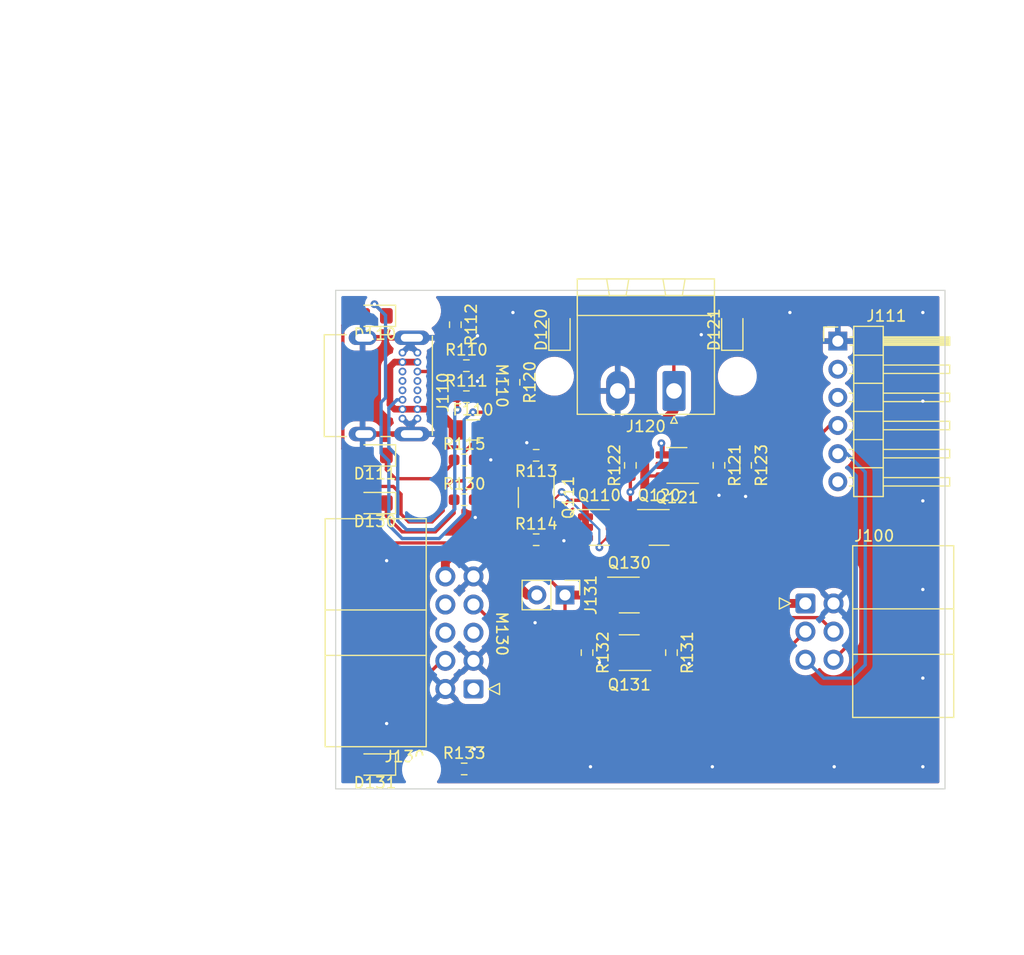
<source format=kicad_pcb>
(kicad_pcb (version 20211014) (generator pcbnew)
  (layers (0 "F.Cu" signal) (31 "B.Cu" signal) (34 "B.Paste" user) (35 "F.Paste" user) (36 "B.SilkS" user "B.Silkscreen") (37 "F.SilkS" user "F.Silkscreen") (38 "B.Mask" user) (39 "F.Mask" user) (44 "Edge.Cuts" user))
  (net 0 "")
  (net 1 "Net-(D110-Pad1)")
  (net 2 "/Ext_USB_Power")
  (net 3 "Net-(D120-Pad1)")
  (net 4 "/Ext_PSU_Power")
  (net 5 "Net-(D130-Pad1)")
  (net 6 "Net-(D130-Pad2)")
  (net 7 "/V_PROG")
  (net 8 "GND")
  (net 9 "/C2D")
  (net 10 "/C2CK")
  (net 11 "/UART_RX")
  (net 12 "/UART_TX")
  (net 16 "Net-(J110-PadA5)")
  (net 20 "Net-(J110-PadB5)")
  (net 28 "/Prog_USB_Power")
  (net 29 "Net-(Q110-Pad3)")
  (net 30 "Net-(Q111-Pad1)")
  (net 31 "Net-(Q120-Pad3)")
  (net 32 "Net-(Q121-Pad1)")
  (net 33 "Net-(Q130-Pad3)")
  (net 34 "Net-(Q131-Pad1)")
  (net 35 "/Ext_USB_Power_Fused")
  (net 36 "Net-(D111-Pad1)")
  (net 37 "Net-(D121-Pad1)")
  (net 38 "Net-(D131-Pad1)")
  (footprint "Connector_User:IDC-Header_2x03_P2.54mm_Horizontal_61200621721" (layer "F.Cu") (at 138.4 59.26)
    (fp_text reference "J100" (at 6.215 -6.1) (layer "F.SilkS"))
    (fp_text value "EFM8_IDC_Debug_Header_Horizontal")
    (pad "1" thru_hole roundrect (at 0 0) (size 1.8 1.8) (drill 1.1) (layers *.Cu *.Mask) (roundrect_rratio 0.147059) (net 7 "/V_PROG"))
    (pad "2" thru_hole circle (at 2.54 0) (size 1.8 1.8) (drill 1.1) (layers *.Cu *.Mask) (net 8 "GND"))
    (pad "3" thru_hole circle (at 0 2.54) (size 1.8 1.8) (drill 1.1) (layers *.Cu *.Mask) (net 9 "/C2D"))
    (pad "4" thru_hole circle (at 2.54 2.54) (size 1.8 1.8) (drill 1.1) (layers *.Cu *.Mask) (net 10 "/C2CK"))
    (pad "5" thru_hole circle (at 0 5.08) (size 1.8 1.8) (drill 1.1) (layers *.Cu *.Mask) (net 11 "/UART_RX"))
    (pad "6" thru_hole circle (at 2.54 5.08) (size 1.8 1.8) (drill 1.1) (layers *.Cu *.Mask) (net 12 "/UART_TX"))
  )
  (footprint "Resistor_SMD:R_0603_1608Metric_Pad0.98x0.95mm_HandSolder" (layer "F.Cu") (at 107.6 46.3)
    (fp_text reference "R115" (at 0 -1.43) (layer "F.SilkS"))
    (fp_text value "2k,0603")
    (pad "1" smd roundrect locked (at -0.9125 0) (size 0.975 0.95) (layers "F.Cu" "F.Paste" "F.Mask") (net 36 "Net-(D111-Pad1)"))
    (pad "2" smd roundrect locked (at 0.9125 0) (size 0.975 0.95) (layers "F.Cu" "F.Paste" "F.Mask") (net 8 "GND"))
  )
  (footprint "LED_SMD:LED_0805_2012Metric_Pad1.15x1.40mm_HandSolder" (layer "F.Cu") (at 116.2 34.55 90)
    (fp_text reference "D120" (at 0 -1.65 90) (layer "F.SilkS"))
    (fp_text value "150080SS75000")
    (pad "1" smd roundrect locked (at -1.025 0 90) (size 1.15 1.4) (layers "F.Cu" "F.Paste" "F.Mask") (roundrect_rratio 0.217391) (net 3 "Net-(D120-Pad1)"))
    (pad "2" smd roundrect locked (at 1.025 0 90) (size 1.15 1.4) (layers "F.Cu" "F.Paste" "F.Mask") (roundrect_rratio 0.217391) (net 4 "/Ext_PSU_Power"))
  )
  (footprint "Mechanical_User:DBG8_CON_Light_Pipe" (layer "F.Cu") (at 100 62 -90)
    (fp_text reference "M130" (at 0 -11 -90 unlocked) (layer "F.SilkS"))
    (fp_text value "DBG8_Light_Pipe")
    (pad "" np_thru_hole circle (at 12.25 -3.75) (size 2.5 2.5) (drill 2.5) (layers F&B.Cu *.Mask))
    (pad "" np_thru_hole circle (at -12.25 -3.75) (size 2.5 2.5) (drill 2.5) (layers F&B.Cu *.Mask))
  )
  (footprint "Resistor_SMD:R_0603_1608Metric_Pad0.98x0.95mm_HandSolder" (layer "F.Cu") (at 112.1 39.3 -90)
    (fp_text reference "R120" (at 0 -1.43 90) (layer "F.SilkS"))
    (fp_text value "2k,0603")
    (pad "1" smd roundrect locked (at -0.9125 0 270) (size 0.975 0.95) (layers "F.Cu" "F.Paste" "F.Mask") (net 3 "Net-(D120-Pad1)"))
    (pad "2" smd roundrect locked (at 0.9125 0 270) (size 0.975 0.95) (layers "F.Cu" "F.Paste" "F.Mask") (net 8 "GND"))
  )
  (footprint "Package_TO_SOT_SMD_User:SOT-23-6_Handsoldering" (layer "F.Cu") (at 126.8 46.8 180)
    (fp_text reference "Q121" (at 0 -2.9) (layer "F.SilkS"))
    (fp_text value "DMMT5401")
    (pad "1" smd roundrect (at -1.25 -0.95 180) (size 1.36 0.65) (layers "F.Cu" "F.Paste" "F.Mask") (net 32 "Net-(Q121-Pad1)"))
    (pad "2" smd roundrect (at -1.25 0 180) (size 1.36 0.65) (layers "F.Cu" "F.Paste" "F.Mask") (chamfer_ratio 0.2) (chamfer) (net 32 "Net-(Q121-Pad1)"))
    (pad "3" smd roundrect (at -1.25 0.95 180) (size 1.36 0.65) (layers "F.Cu" "F.Paste" "F.Mask") (net 32 "Net-(Q121-Pad1)"))
    (pad "4" smd roundrect (at 1.25 0.95 180) (size 1.36 0.65) (layers "F.Cu" "F.Paste" "F.Mask") (net 31 "Net-(Q120-Pad3)"))
    (pad "5" smd roundrect (at 1.25 0 180) (size 1.36 0.65) (layers "F.Cu" "F.Paste" "F.Mask") (net 7 "/V_PROG"))
    (pad "6" smd roundrect (at 1.25 -0.95 180) (size 1.36 0.65) (layers "F.Cu" "F.Paste" "F.Mask") (net 4 "/Ext_PSU_Power"))
  )
  (footprint "Resistor_SMD:R_0603_1608Metric_Pad0.98x0.95mm_HandSolder" (layer "F.Cu") (at 130.6 46.8 -90)
    (fp_text reference "R121" (at 0 -1.43 90) (layer "F.SilkS"))
    (fp_text value "47k,0603")
    (pad "1" smd roundrect locked (at -0.9125 0 270) (size 0.975 0.95) (layers "F.Cu" "F.Paste" "F.Mask") (net 32 "Net-(Q121-Pad1)"))
    (pad "2" smd roundrect locked (at 0.9125 0 270) (size 0.975 0.95) (layers "F.Cu" "F.Paste" "F.Mask") (net 8 "GND"))
  )
  (footprint "LED_SMD:LED_0805_2012Metric_Pad1.15x1.40mm_HandSolder" (layer "F.Cu") (at 99.55 45.9 180)
    (fp_text reference "D111" (at 0 -1.65) (layer "F.SilkS"))
    (fp_text value "150080SS75000")
    (pad "1" smd roundrect locked (at -1.025 0 180) (size 1.15 1.4) (layers "F.Cu" "F.Paste" "F.Mask") (roundrect_rratio 0.217391) (net 36 "Net-(D111-Pad1)"))
    (pad "2" smd roundrect locked (at 1.025 0 180) (size 1.15 1.4) (layers "F.Cu" "F.Paste" "F.Mask") (roundrect_rratio 0.217391) (net 35 "/Ext_USB_Power_Fused"))
  )
  (footprint "Package_TO_SOT_SMD_User:SOT-23-6_Handsoldering" (layer "F.Cu") (at 114.1 49.7 -90)
    (fp_text reference "Q111" (at 0 -2.9 -270) (layer "F.SilkS"))
    (fp_text value "DMMT5401")
    (pad "1" smd roundrect (at -1.25 -0.95 270) (size 1.36 0.65) (layers "F.Cu" "F.Paste" "F.Mask") (net 30 "Net-(Q111-Pad1)"))
    (pad "2" smd roundrect (at -1.25 0 270) (size 1.36 0.65) (layers "F.Cu" "F.Paste" "F.Mask") (chamfer_ratio 0.2) (chamfer) (net 30 "Net-(Q111-Pad1)"))
    (pad "3" smd roundrect (at -1.25 0.95 270) (size 1.36 0.65) (layers "F.Cu" "F.Paste" "F.Mask") (net 30 "Net-(Q111-Pad1)"))
    (pad "4" smd roundrect (at 1.25 0.95 270) (size 1.36 0.65) (layers "F.Cu" "F.Paste" "F.Mask") (net 29 "Net-(Q110-Pad3)"))
    (pad "5" smd roundrect (at 1.25 0 270) (size 1.36 0.65) (layers "F.Cu" "F.Paste" "F.Mask") (net 7 "/V_PROG"))
    (pad "6" smd roundrect (at 1.25 -0.95 270) (size 1.36 0.65) (layers "F.Cu" "F.Paste" "F.Mask") (net 35 "/Ext_USB_Power_Fused"))
  )
  (footprint "Resistor_SMD:R_0603_1608Metric_Pad0.98x0.95mm_HandSolder" (layer "F.Cu") (at 114.1 53.51)
    (fp_text reference "R114" (at 0 -1.43) (layer "F.SilkS"))
    (fp_text value "47k,0603")
    (pad "1" smd roundrect locked (at -0.9125 0) (size 0.975 0.95) (layers "F.Cu" "F.Paste" "F.Mask") (net 29 "Net-(Q110-Pad3)"))
    (pad "2" smd roundrect locked (at 0.9125 0) (size 0.975 0.95) (layers "F.Cu" "F.Paste" "F.Mask") (net 8 "GND"))
  )
  (footprint "Resistor_SMD:R_0603_1608Metric_Pad0.98x0.95mm_HandSolder" (layer "F.Cu") (at 107.6 74.2)
    (fp_text reference "R133" (at 0 -1.43) (layer "F.SilkS"))
    (fp_text value "2k,0603")
    (pad "1" smd roundrect locked (at -0.9125 0) (size 0.975 0.95) (layers "F.Cu" "F.Paste" "F.Mask") (net 38 "Net-(D131-Pad1)"))
    (pad "2" smd roundrect locked (at 0.9125 0) (size 0.975 0.95) (layers "F.Cu" "F.Paste" "F.Mask") (net 8 "GND"))
  )
  (footprint "Resistor_SMD:R_0603_1608Metric_Pad0.98x0.95mm_HandSolder" (layer "F.Cu") (at 133 46.8 -90)
    (fp_text reference "R123" (at 0 -1.43 90) (layer "F.SilkS"))
    (fp_text value "2k,0603")
    (pad "1" smd roundrect locked (at -0.9125 0 270) (size 0.975 0.95) (layers "F.Cu" "F.Paste" "F.Mask") (net 37 "Net-(D121-Pad1)"))
    (pad "2" smd roundrect locked (at 0.9125 0 270) (size 0.975 0.95) (layers "F.Cu" "F.Paste" "F.Mask") (net 8 "GND"))
  )
  (footprint "Package_TO_SOT_SMD_User:SOT-23-6_Handsoldering" (layer "F.Cu") (at 122.5 58.5)
    (fp_text reference "Q130" (at 0 -2.9) (layer "F.SilkS"))
    (fp_text value "SI3443CDV-T1-GE3")
    (pad "1" smd roundrect (at -1.25 -0.95) (size 1.36 0.65) (layers "F.Cu" "F.Paste" "F.Mask") (net 6 "Net-(D130-Pad2)"))
    (pad "2" smd roundrect (at -1.25 0) (size 1.36 0.65) (layers "F.Cu" "F.Paste" "F.Mask") (chamfer_ratio 0.2) (chamfer) (net 6 "Net-(D130-Pad2)"))
    (pad "3" smd roundrect (at -1.25 0.95) (size 1.36 0.65) (layers "F.Cu" "F.Paste" "F.Mask") (net 33 "Net-(Q130-Pad3)"))
    (pad "4" smd roundrect (at 1.25 0.95) (size 1.36 0.65) (layers "F.Cu" "F.Paste" "F.Mask") (net 7 "/V_PROG"))
    (pad "5" smd roundrect (at 1.25 0) (size 1.36 0.65) (layers "F.Cu" "F.Paste" "F.Mask") (net 6 "Net-(D130-Pad2)"))
    (pad "6" smd roundrect (at 1.25 -0.95) (size 1.36 0.65) (layers "F.Cu" "F.Paste" "F.Mask") (net 6 "Net-(D130-Pad2)"))
  )
  (footprint "Resistor_SMD:R_0603_1608Metric_Pad0.98x0.95mm_HandSolder" (layer "F.Cu") (at 114.1 45.89 180)
    (fp_text reference "R113" (at 0 -1.43) (layer "F.SilkS"))
    (fp_text value "47k,0603")
    (pad "1" smd roundrect locked (at -0.9125 0 180) (size 0.975 0.95) (layers "F.Cu" "F.Paste" "F.Mask") (net 30 "Net-(Q111-Pad1)"))
    (pad "2" smd roundrect locked (at 0.9125 0 180) (size 0.975 0.95) (layers "F.Cu" "F.Paste" "F.Mask") (net 8 "GND"))
  )
  (footprint "Connector_User:USB_C_Receptacle_Molex_2137160001" (layer "F.Cu") (at 103.38 36.625 -90)
    (fp_text reference "J110" (at 3.6 -2.3 90) (layer "F.SilkS"))
    (fp_text value "2137160001")
    (pad "A1" thru_hole circle (at 0 0 270) (size 0.7 0.7) (drill 0.4) (layers *.Cu *.Mask) (net 8 "GND"))
    (pad "A4" thru_hole circle (at 0.85 0 270) (size 0.7 0.7) (drill 0.4) (layers *.Cu *.Mask) (net 2 "/Ext_USB_Power"))
    (pad "A5" thru_hole circle (at 1.7 0 270) (size 0.7 0.7) (drill 0.4) (layers *.Cu *.Mask) (net 16 "Net-(J110-PadA5)"))
    (pad "A6" thru_hole circle (at 2.55 0 270) (size 0.7 0.7) (drill 0.4) (layers *.Cu *.Mask))
    (pad "A7" thru_hole circle (at 3.4 0 270) (size 0.7 0.7) (drill 0.4) (layers *.Cu *.Mask))
    (pad "A8" thru_hole circle (at 4.25 0 270) (size 0.7 0.7) (drill 0.4) (layers *.Cu *.Mask))
    (pad "A9" thru_hole circle (at 5.1 0 270) (size 0.7 0.7) (drill 0.4) (layers *.Cu *.Mask) (net 2 "/Ext_USB_Power"))
    (pad "A12" thru_hole circle (at 5.95 0 270) (size 0.7 0.7) (drill 0.4) (layers *.Cu *.Mask) (net 8 "GND"))
    (pad "B1" thru_hole circle (at 5.95 1.35 270) (size 0.7 0.7) (drill 0.4) (layers *.Cu *.Mask) (net 8 "GND"))
    (pad "B4" thru_hole circle (at 5.1 1.35 270) (size 0.7 0.7) (drill 0.4) (layers *.Cu *.Mask) (net 2 "/Ext_USB_Power"))
    (pad "B5" thru_hole circle (at 4.25 1.35 270) (size 0.7 0.7) (drill 0.4) (layers *.Cu *.Mask) (net 20 "Net-(J110-PadB5)"))
    (pad "B6" thru_hole circle (at 3.4 1.35 270) (size 0.7 0.7) (drill 0.4) (layers *.Cu *.Mask))
    (pad "B7" thru_hole circle (at 2.55 1.35 270) (size 0.7 0.7) (drill 0.4) (layers *.Cu *.Mask))
    (pad "B8" thru_hole circle (at 1.7 1.35 270) (size 0.7 0.7) (drill 0.4) (layers *.Cu *.Mask))
    (pad "B9" thru_hole circle (at 0.85 1.35 270) (size 0.7 0.7) (drill 0.4) (layers *.Cu *.Mask) (net 2 "/Ext_USB_Power"))
    (pad "B12" thru_hole circle (at 0 1.35 270) (size 0.7 0.7) (drill 0.4) (layers *.Cu *.Mask) (net 8 "GND"))
    (pad "S1" thru_hole oval (at 7.345 4.8 270) (size 1.3 2.5) (drill oval 0.7 1.6 (offset 0 0.15)) (layers *.Cu *.Mask) (net 8 "GND"))
    (pad "S1" thru_hole oval (at -1.345 4.8 270) (size 1.3 2.5) (drill oval 0.7 1.6 (offset 0 0.15)) (layers *.Cu *.Mask) (net 8 "GND"))
    (pad "S1" thru_hole oval (at 7.345 0.5 270) (size 1.3 3.2) (drill oval 0.7 2) (layers *.Cu *.Mask) (net 8 "GND"))
    (pad "S1" thru_hole oval (at -1.345 0.5 270) (size 1.3 3.2) (drill oval 0.7 2) (layers *.Cu *.Mask) (net 8 "GND"))
  )
  (footprint "Package_TO_SOT_SMD_User:SOT-23-6_Handsoldering" (layer "F.Cu") (at 119.8 52.4)
    (fp_text reference "Q110" (at 0 -2.9) (layer "F.SilkS"))
    (fp_text value "SI3443CDV-T1-GE3")
    (pad "1" smd roundrect (at -1.25 -0.95) (size 1.36 0.65) (layers "F.Cu" "F.Paste" "F.Mask") (net 35 "/Ext_USB_Power_Fused"))
    (pad "2" smd roundrect (at -1.25 0) (size 1.36 0.65) (layers "F.Cu" "F.Paste" "F.Mask") (chamfer_ratio 0.2) (chamfer) (net 35 "/Ext_USB_Power_Fused"))
    (pad "3" smd roundrect (at -1.25 0.95) (size 1.36 0.65) (layers "F.Cu" "F.Paste" "F.Mask") (net 29 "Net-(Q110-Pad3)"))
    (pad "4" smd roundrect (at 1.25 0.95) (size 1.36 0.65) (layers "F.Cu" "F.Paste" "F.Mask") (net 7 "/V_PROG"))
    (pad "5" smd roundrect (at 1.25 0) (size 1.36 0.65) (layers "F.Cu" "F.Paste" "F.Mask") (net 35 "/Ext_USB_Power_Fused"))
    (pad "6" smd roundrect (at 1.25 -0.95) (size 1.36 0.65) (layers "F.Cu" "F.Paste" "F.Mask") (net 35 "/Ext_USB_Power_Fused"))
  )
  (footprint "Package_TO_SOT_SMD_User:SOT-23-6_Handsoldering" (layer "F.Cu") (at 122.5 63.7 180)
    (fp_text reference "Q131" (at 0 -2.9) (layer "F.SilkS"))
    (fp_text value "DMMT5401")
    (pad "1" smd roundrect (at -1.25 -0.95 180) (size 1.36 0.65) (layers "F.Cu" "F.Paste" "F.Mask") (net 34 "Net-(Q131-Pad1)"))
    (pad "2" smd roundrect (at -1.25 0 180) (size 1.36 0.65) (layers "F.Cu" "F.Paste" "F.Mask") (chamfer_ratio 0.2) (chamfer) (net 34 "Net-(Q131-Pad1)"))
    (pad "3" smd roundrect (at -1.25 0.95 180) (size 1.36 0.65) (layers "F.Cu" "F.Paste" "F.Mask") (net 34 "Net-(Q131-Pad1)"))
    (pad "4" smd roundrect (at 1.25 0.95 180) (size 1.36 0.65) (layers "F.Cu" "F.Paste" "F.Mask") (net 33 "Net-(Q130-Pad3)"))
    (pad "5" smd roundrect (at 1.25 0 180) (size 1.36 0.65) (layers "F.Cu" "F.Paste" "F.Mask") (net 7 "/V_PROG"))
    (pad "6" smd roundrect (at 1.25 -0.95 180) (size 1.36 0.65) (layers "F.Cu" "F.Paste" "F.Mask") (net 6 "Net-(D130-Pad2)"))
  )
  (footprint "Connector_User:IDC-Header_2x05_P2.54mm_Horizontal_61201021721" (layer "F.Cu") (at 108.44 66.98 180)
    (fp_text reference "J130" (at 6.215 -6.1) (layer "F.SilkS"))
    (fp_text value "EFM8_USB_8-Bit_Debug_Header_Horizontal")
    (pad "1" thru_hole roundrect (at 0 0 180) (size 1.8 1.7) (drill 1.1) (layers *.Cu *.Mask) (roundrect_rratio 0.147059))
    (pad "2" thru_hole circle (at 2.54 0 180) (size 1.8 1.8) (drill 1.1) (layers *.Cu *.Mask) (net 8 "GND"))
    (pad "3" thru_hole circle (at 0 2.54 180) (size 1.8 1.8) (drill 1.1) (layers *.Cu *.Mask) (net 8 "GND"))
    (pad "4" thru_hole circle (at 2.54 2.54 180) (size 1.8 1.8) (drill 1.1) (layers *.Cu *.Mask) (net 9 "/C2D"))
    (pad "5" thru_hole circle (at 0 5.08 180) (size 1.8 1.8) (drill 1.1) (layers *.Cu *.Mask))
    (pad "6" thru_hole circle (at 2.54 5.08 180) (size 1.8 1.8) (drill 1.1) (layers *.Cu *.Mask))
    (pad "7" thru_hole circle (at 0 7.62 180) (size 1.8 1.8) (drill 1.1) (layers *.Cu *.Mask) (net 10 "/C2CK"))
    (pad "8" thru_hole circle (at 2.54 7.62 180) (size 1.8 1.8) (drill 1.1) (layers *.Cu *.Mask))
    (pad "9" thru_hole circle (at 0 10.16 180) (size 1.8 1.8) (drill 1.1) (layers *.Cu *.Mask) (net 8 "GND"))
    (pad "10" thru_hole circle (at 2.54 10.16 180) (size 1.8 1.8) (drill 1.1) (layers *.Cu *.Mask) (net 28 "/Prog_USB_Power"))
  )
  (footprint "Resistor_SMD:R_0603_1608Metric_Pad0.98x0.95mm_HandSolder" (layer "F.Cu") (at 107.8 37.8)
    (fp_text reference "R110" (at 0 -1.43) (layer "F.SilkS"))
    (fp_text value "5.1k,0603")
    (pad "1" smd roundrect locked (at -0.9125 0) (size 0.975 0.95) (layers "F.Cu" "F.Paste" "F.Mask") (net 16 "Net-(J110-PadA5)"))
    (pad "2" smd roundrect locked (at 0.9125 0) (size 0.975 0.95) (layers "F.Cu" "F.Paste" "F.Mask") (net 8 "GND"))
  )
  (footprint "Resistor_SMD:R_0603_1608Metric_Pad0.98x0.95mm_HandSolder" (layer "F.Cu") (at 107.6 49.9)
    (fp_text reference "R130" (at 0 -1.43) (layer "F.SilkS"))
    (fp_text value "2k,0603")
    (pad "1" smd roundrect locked (at -0.9125 0) (size 0.975 0.95) (layers "F.Cu" "F.Paste" "F.Mask") (net 5 "Net-(D130-Pad1)"))
    (pad "2" smd roundrect locked (at 0.9125 0) (size 0.975 0.95) (layers "F.Cu" "F.Paste" "F.Mask") (net 8 "GND"))
  )
  (footprint "Resistor_SMD:R_0603_1608Metric_Pad0.98x0.95mm_HandSolder" (layer "F.Cu") (at 107.8 40.6)
    (fp_text reference "R111" (at 0 -1.43) (layer "F.SilkS"))
    (fp_text value "5.1k,0603")
    (pad "1" smd roundrect locked (at -0.9125 0) (size 0.975 0.95) (layers "F.Cu" "F.Paste" "F.Mask") (net 20 "Net-(J110-PadB5)"))
    (pad "2" smd roundrect locked (at 0.9125 0) (size 0.975 0.95) (layers "F.Cu" "F.Paste" "F.Mask") (net 8 "GND"))
  )
  (footprint "Connector_PinHeader_2.54mm:PinHeader_1x06_P2.54mm_Horizontal" (layer "F.Cu") (at 141.325 35.58)
    (fp_text reference "J111" (at 4.385 -2.27) (layer "F.SilkS"))
    (fp_text value "TTL-232R_Header_Horizontal")
    (pad "1" thru_hole rect locked (at 0 0) (size 1.7 1.7) (drill 1) (layers *.Cu *.Mask) (net 8 "GND"))
    (pad "2" thru_hole oval locked (at 0 2.54) (size 1.7 1.7) (drill 1) (layers *.Cu *.Mask))
    (pad "3" thru_hole oval locked (at 0 5.08) (size 1.7 1.7) (drill 1) (layers *.Cu *.Mask))
    (pad "4" thru_hole oval locked (at 0 7.62) (size 1.7 1.7) (drill 1) (layers *.Cu *.Mask) (net 12 "/UART_TX"))
    (pad "5" thru_hole oval locked (at 0 10.16) (size 1.7 1.7) (drill 1) (layers *.Cu *.Mask) (net 11 "/UART_RX"))
    (pad "6" thru_hole oval locked (at 0 12.7) (size 1.7 1.7) (drill 1) (layers *.Cu *.Mask))
  )
  (footprint "Package_TO_SOT_SMD_User:SOT-23-6_Handsoldering" (layer "F.Cu") (at 125.2 52.4)
    (fp_text reference "Q120" (at 0 -2.9) (layer "F.SilkS"))
    (fp_text value "SI3443CDV-T1-GE3")
    (pad "1" smd roundrect (at -1.25 -0.95) (size 1.36 0.65) (layers "F.Cu" "F.Paste" "F.Mask") (net 4 "/Ext_PSU_Power"))
    (pad "2" smd roundrect (at -1.25 0) (size 1.36 0.65) (layers "F.Cu" "F.Paste" "F.Mask") (chamfer_ratio 0.2) (chamfer) (net 4 "/Ext_PSU_Power"))
    (pad "3" smd roundrect (at -1.25 0.95) (size 1.36 0.65) (layers "F.Cu" "F.Paste" "F.Mask") (net 31 "Net-(Q120-Pad3)"))
    (pad "4" smd roundrect (at 1.25 0.95) (size 1.36 0.65) (layers "F.Cu" "F.Paste" "F.Mask") (net 7 "/V_PROG"))
    (pad "5" smd roundrect (at 1.25 0) (size 1.36 0.65) (layers "F.Cu" "F.Paste" "F.Mask") (net 4 "/Ext_PSU_Power"))
    (pad "6" smd roundrect (at 1.25 -0.95) (size 1.36 0.65) (layers "F.Cu" "F.Paste" "F.Mask") (net 4 "/Ext_PSU_Power"))
  )
  (footprint "Resistor_SMD:R_0603_1608Metric_Pad0.98x0.95mm_HandSolder" (layer "F.Cu") (at 122.6 46.8 90)
    (fp_text reference "R122" (at 0 -1.43 90) (layer "F.SilkS"))
    (fp_text value "47k,0603")
    (pad "1" smd roundrect locked (at -0.9125 0 90) (size 0.975 0.95) (layers "F.Cu" "F.Paste" "F.Mask") (net 31 "Net-(Q120-Pad3)"))
    (pad "2" smd roundrect locked (at 0.9125 0 90) (size 0.975 0.95) (layers "F.Cu" "F.Paste" "F.Mask") (net 8 "GND"))
  )
  (footprint "Resistor_SMD:R_0603_1608Metric_Pad0.98x0.95mm_HandSolder" (layer "F.Cu") (at 118.69 63.7 -90)
    (fp_text reference "R132" (at 0 -1.43 90) (layer "F.SilkS"))
    (fp_text value "47k,0603")
    (pad "1" smd roundrect locked (at -0.9125 0 270) (size 0.975 0.95) (layers "F.Cu" "F.Paste" "F.Mask") (net 33 "Net-(Q130-Pad3)"))
    (pad "2" smd roundrect locked (at 0.9125 0 270) (size 0.975 0.95) (layers "F.Cu" "F.Paste" "F.Mask") (net 8 "GND"))
  )
  (footprint "Resistor_SMD:R_0603_1608Metric_Pad0.98x0.95mm_HandSolder" (layer "F.Cu") (at 106.8 34.1 -90)
    (fp_text reference "R112" (at 0 -1.43 90) (layer "F.SilkS"))
    (fp_text value "2k,0603")
    (pad "1" smd roundrect locked (at -0.9125 0 270) (size 0.975 0.95) (layers "F.Cu" "F.Paste" "F.Mask") (net 1 "Net-(D110-Pad1)"))
    (pad "2" smd roundrect locked (at 0.9125 0 270) (size 0.975 0.95) (layers "F.Cu" "F.Paste" "F.Mask") (net 8 "GND"))
  )
  (footprint "LED_SMD:LED_0805_2012Metric_Pad1.15x1.40mm_HandSolder" (layer "F.Cu") (at 99.55 50.2 180)
    (fp_text reference "D130" (at 0 -1.65) (layer "F.SilkS"))
    (fp_text value "150080SS75000")
    (pad "1" smd roundrect locked (at -1.025 0 180) (size 1.15 1.4) (layers "F.Cu" "F.Paste" "F.Mask") (roundrect_rratio 0.217391) (net 5 "Net-(D130-Pad1)"))
    (pad "2" smd roundrect locked (at 1.025 0 180) (size 1.15 1.4) (layers "F.Cu" "F.Paste" "F.Mask") (roundrect_rratio 0.217391) (net 6 "Net-(D130-Pad2)"))
  )
  (footprint "Mechanical_User:USB_CON_Light_Pipe" (layer "F.Cu") (at 100 39.6 -90)
    (fp_text reference "M110" (at 0 -11 -90 unlocked) (layer "F.SilkS"))
    (fp_text value "USB_Light_Pipe")
    (pad "" np_thru_hole circle (at 6.75 -3.75) (size 2.5 2.5) (drill 2.5) (layers F&B.Cu *.Mask))
    (pad "" np_thru_hole circle (at -6.75 -3.75) (size 2.5 2.5) (drill 2.5) (layers F&B.Cu *.Mask))
  )
  (footprint "Connector_Phoenix_MSTB:PhoenixContact_MSTBA_2,5_2-G-5,08_1x02_P5.08mm_Horizontal" (layer "F.Cu") (at 126.54 40.0775 180)
    (fp_text reference "J120" (at 2.54 -3.2) (layer "F.SilkS"))
    (fp_text value "31230102")
    (pad "1" thru_hole roundrect locked (at 0 0 180) (size 2.08 3.6) (drill 1.4) (layers *.Cu *.Mask) (roundrect_rratio 0.120192) (net 4 "/Ext_PSU_Power"))
    (pad "2" thru_hole oval locked (at 5.08 0 180) (size 2.08 3.6) (drill 1.4) (layers *.Cu *.Mask) (net 8 "GND"))
  )
  (footprint "Fuse:Fuse_1206_3216Metric_Pad1.42x1.75mm_HandSolder" (layer "F.Cu") (at 108.4 43.6)
    (fp_text reference "F110" (at 0 -1.82) (layer "F.SilkS"))
    (fp_text value "0ZCJ0110FF2E")
    (pad "1" smd roundrect locked (at -1.4875 0) (size 1.425 1.75) (layers "F.Cu" "F.Paste" "F.Mask") (roundrect_rratio 0.175439) (net 2 "/Ext_USB_Power"))
    (pad "2" smd roundrect locked (at 1.4875 0) (size 1.425 1.75) (layers "F.Cu" "F.Paste" "F.Mask") (roundrect_rratio 0.175439) (net 35 "/Ext_USB_Power_Fused"))
  )
  (footprint "Resistor_SMD:R_0603_1608Metric_Pad0.98x0.95mm_HandSolder" (layer "F.Cu") (at 126.31 63.7 -90)
    (fp_text reference "R131" (at 0 -1.43 90) (layer "F.SilkS"))
    (fp_text value "47k,0603")
    (pad "1" smd roundrect locked (at -0.9125 0 270) (size 0.975 0.95) (layers "F.Cu" "F.Paste" "F.Mask") (net 34 "Net-(Q131-Pad1)"))
    (pad "2" smd roundrect locked (at 0.9125 0 270) (size 0.975 0.95) (layers "F.Cu" "F.Paste" "F.Mask") (net 8 "GND"))
  )
  (footprint "LED_SMD:LED_0805_2012Metric_Pad1.15x1.40mm_HandSolder" (layer "F.Cu") (at 99.55 33.3 180)
    (fp_text reference "D110" (at 0 -1.65 180) (layer "F.SilkS"))
    (fp_text value "150080SS75000")
    (pad "1" smd roundrect locked (at -1.025 0 180) (size 1.15 1.4) (layers "F.Cu" "F.Paste" "F.Mask") (roundrect_rratio 0.217391) (net 1 "Net-(D110-Pad1)"))
    (pad "2" smd roundrect locked (at 1.025 0 180) (size 1.15 1.4) (layers "F.Cu" "F.Paste" "F.Mask") (roundrect_rratio 0.217391) (net 35 "/Ext_USB_Power_Fused"))
  )
  (footprint "LED_SMD:LED_0805_2012Metric_Pad1.15x1.40mm_HandSolder" (layer "F.Cu") (at 131.8 34.55 90)
    (fp_text reference "D121" (at 0 -1.65 90) (layer "F.SilkS"))
    (fp_text value "150080SS75000")
    (pad "1" smd roundrect locked (at -1.025 0 90) (size 1.15 1.4) (layers "F.Cu" "F.Paste" "F.Mask") (roundrect_rratio 0.217391) (net 37 "Net-(D121-Pad1)"))
    (pad "2" smd roundrect locked (at 1.025 0 90) (size 1.15 1.4) (layers "F.Cu" "F.Paste" "F.Mask") (roundrect_rratio 0.217391) (net 4 "/Ext_PSU_Power"))
  )
  (footprint "Mechanical_User:PSU_CON_Light_Pipe" (layer "F.Cu") (at 124 35.3 180)
    (fp_text reference "M120" hide)
    (fp_text value "PSU_Light_Pipe")
    (pad "" np_thru_hole circle (at 8.25 -3.45 270) (size 2.5 2.5) (drill 2.5) (layers F&B.Cu *.Mask))
    (pad "" np_thru_hole circle (at -8.25 -3.45 270) (size 2.5 2.5) (drill 2.5) (layers F&B.Cu *.Mask))
  )
  (footprint "LED_SMD:LED_0805_2012Metric_Pad1.15x1.40mm_HandSolder" (layer "F.Cu") (at 99.55 73.8 180)
    (fp_text reference "D131" (at 0 -1.65) (layer "F.SilkS"))
    (fp_text value "150080SS75000")
    (pad "1" smd roundrect locked (at -1.025 0 180) (size 1.15 1.4) (layers "F.Cu" "F.Paste" "F.Mask") (roundrect_rratio 0.217391) (net 38 "Net-(D131-Pad1)"))
    (pad "2" smd roundrect locked (at 1.025 0 180) (size 1.15 1.4) (layers "F.Cu" "F.Paste" "F.Mask") (roundrect_rratio 0.217391) (net 6 "Net-(D130-Pad2)"))
  )
  (footprint "Connector_PinHeader_2.54mm:PinHeader_1x02_P2.54mm_Vertical" (layer "F.Cu") (at 116.7 58.5 -90)
    (fp_text reference "J131" (at 0 -2.33 90) (layer "F.SilkS"))
    (fp_text value "Header_01x02_Wurth_61300211121")
    (pad "1" thru_hole rect locked (at 0 0 270) (size 1.7 1.7) (drill 1) (layers *.Cu *.Mask) (net 6 "Net-(D130-Pad2)"))
    (pad "2" thru_hole oval locked (at 0 2.54 270) (size 1.7 1.7) (drill 1) (layers *.Cu *.Mask) (net 28 "/Prog_USB_Power"))
  )
  (gr_line (start 96 76) (end 96 31) (layer "Edge.Cuts") (width 0.1))
  (gr_line (start 151 31) (end 151 76) (layer "Edge.Cuts") (width 0.1))
  (gr_line (start 96 31) (end 151 31) (layer "Edge.Cuts") (width 0.1))
  (gr_line (start 151 76) (end 96 76) (layer "Edge.Cuts") (width 0.1))
  (segment (start 110.4 34.2) (end 109.3875 33.1875) (width 0.3) (layer "F.Cu") (net 1))
  (segment (start 110.4 41) (end 110.4 34.2) (width 0.3) (layer "F.Cu") (net 1))
  (segment (start 108.4 42) (end 109.4 42) (width 0.3) (layer "F.Cu") (net 1))
  (segment (start 100.575 33.3) (end 100.55 33.3) (width 0.3) (layer "F.Cu") (net 1))
  (segment (start 109.3875 33.1875) (end 106.8 33.1875) (width 0.3) (layer "F.Cu") (net 1))
  (segment (start 109.4 42) (end 110.4 41) (width 0.3) (layer "F.Cu") (net 1))
  (segment (start 100.55 33.3) (end 99.5 32.25) (width 0.3) (layer "F.Cu") (net 1))
  (via (at 108.4 42) (size 0.7) (drill 0.3) (layers "F.Cu" "B.Cu") (net 1))
  (via (at 99.5 32.25) (size 0.7) (drill 0.3) (layers "F.Cu" "B.Cu") (net 1))
  (segment (start 107.6 42.7) (end 108.3 42) (width 0.3) (layer "B.Cu") (net 1))
  (segment (start 100.8 52.2) (end 102 53.4) (width 0.3) (layer "B.Cu") (net 1))
  (segment (start 105.35 53.4) (end 107.6 51.15) (width 0.3) (layer "B.Cu") (net 1))
  (segment (start 100.1 41.1) (end 100.1 45.7) (width 0.3) (layer "B.Cu") (net 1))
  (segment (start 100.8 46.4) (end 100.8 52.2) (width 0.3) (layer "B.Cu") (net 1))
  (segment (start 100.5 33.25) (end 100.5 40.7) (width 0.3) (layer "B.Cu") (net 1))
  (segment (start 100.1 45.7) (end 100.8 46.4) (width 0.3) (layer "B.Cu") (net 1))
  (segment (start 107.6 51.15) (end 107.6 42.7) (width 0.3) (layer "B.Cu") (net 1))
  (segment (start 102 53.4) (end 105.35 53.4) (width 0.3) (layer "B.Cu") (net 1))
  (segment (start 100.5 40.7) (end 100.1 41.1) (width 0.3) (layer "B.Cu") (net 1))
  (segment (start 108.3 42) (end 108.4 42) (width 0.3) (layer "B.Cu") (net 1))
  (segment (start 99.5 32.25) (end 100.5 33.25) (width 0.3) (layer "B.Cu") (net 1))
  (segment (start 100.9 41.3) (end 101.325 41.725) (width 0.6) (layer "F.Cu") (net 2))
  (segment (start 105.0375 41.725) (end 103.38 41.725) (width 0.6) (layer "F.Cu") (net 2))
  (segment (start 101.325 41.725) (end 102.03 41.725) (width 0.6) (layer "F.Cu") (net 2))
  (segment (start 103.38 37.475) (end 102.03 37.475) (width 0.6) (layer "F.Cu") (net 2))
  (segment (start 102.03 37.475) (end 101.325 37.475) (width 0.6) (layer "F.Cu") (net 2))
  (segment (start 100.9 37.9) (end 100.9 41.3) (width 0.6) (layer "F.Cu") (net 2))
  (segment (start 101.325 37.475) (end 100.9 37.9) (width 0.6) (layer "F.Cu") (net 2))
  (segment (start 106.9125 43.6) (end 105.0375 41.725) (width 0.8) (layer "F.Cu") (net 2))
  (segment (start 102.03 41.725) (end 103.38 41.725) (width 0.6) (layer "F.Cu") (net 2))
  (segment (start 112.1 37.5) (end 114.025 35.575) (width 0.3) (layer "F.Cu") (net 3))
  (segment (start 112.1 38.3875) (end 112.1 37.5) (width 0.3) (layer "F.Cu") (net 3))
  (segment (start 114.025 35.575) (end 116.2 35.575) (width 0.3) (layer "F.Cu") (net 3))
  (segment (start 126.54 41.86) (end 123.9 44.5) (width 0.8) (layer "F.Cu") (net 4))
  (segment (start 123.9 49.7) (end 126.5 49.7) (width 0.8) (layer "F.Cu") (net 4))
  (segment (start 123.95 49.75) (end 123.9 49.7) (width 0.4) (layer "F.Cu") (net 4))
  (segment (start 126.5 52.35) (end 126.45 52.4) (width 0.4) (layer "F.Cu") (net 4))
  (segment (start 126.525 40.0625) (end 126.54 40.0775) (width 0.3) (layer "F.Cu") (net 4))
  (segment (start 126.5 49.7) (end 126.5 52.35) (width 0.6) (layer "F.Cu") (net 4))
  (segment (start 123.9 47.9) (end 123.9 49.7) (width 0.8) (layer "F.Cu") (net 4))
  (segment (start 126.54 40.0775) (end 126.54 41.86) (width 0.8) (layer "F.Cu") (net 4))
  (segment (start 126.525 33.525) (end 131.8 33.525) (width 0.3) (layer "F.Cu") (net 4))
  (segment (start 126.525 33.525) (end 126.525 40.0625) (width 0.3) (layer "F.Cu") (net 4))
  (segment (start 124.05 47.75) (end 123.9 47.9) (width 0.3) (layer "F.Cu") (net 4))
  (segment (start 125.55 47.75) (end 124.05 47.75) (width 0.3) (layer "F.Cu") (net 4))
  (segment (start 116.2 33.525) (end 126.525 33.525) (width 0.3) (layer "F.Cu") (net 4))
  (segment (start 123.95 52.4) (end 123.95 49.75) (width 0.6) (layer "F.Cu") (net 4))
  (segment (start 123.9 44.5) (end 123.9 47.9) (width 0.8) (layer "F.Cu") (net 4))
  (segment (start 100.575 50.2) (end 100.575 51.375) (width 0.3) (layer "F.Cu") (net 5))
  (segment (start 105 52.8) (end 106.6875 51.1125) (width 0.3) (layer "F.Cu") (net 5))
  (segment (start 106.6875 51.1125) (end 106.6875 49.9) (width 0.3) (layer "F.Cu") (net 5))
  (segment (start 102 52.8) (end 105 52.8) (width 0.3) (layer "F.Cu") (net 5))
  (segment (start 100.575 51.375) (end 102 52.8) (width 0.3) (layer "F.Cu") (net 5))
  (segment (start 98.525 52.525) (end 98.525 73.8) (width 0.3) (layer "F.Cu") (net 6))
  (segment (start 123.75 58.5) (end 119.5 58.5) (width 0.6) (layer "F.Cu") (net 6))
  (segment (start 120 65.8) (end 117.6 65.8) (width 0.3) (layer "F.Cu") (net 6))
  (segment (start 117.6 65.8) (end 116.7 64.9) (width 0.3) (layer "F.Cu") (net 6))
  (segment (start 116.7 58.5) (end 114.6 56.4) (width 0.3) (layer "F.Cu") (net 6))
  (segment (start 110.8 53.8) (end 98.525 53.8) (width 0.3) (layer "F.Cu") (net 6))
  (segment (start 98.525 50.2) (end 98.525 52.525) (width 0.3) (layer "F.Cu") (net 6))
  (segment (start 119.5 58.5) (end 119.5 57.5) (width 0.8) (layer "F.Cu") (net 6))
  (segment (start 121.15 64.65) (end 120 65.8) (width 0.3) (layer "F.Cu") (net 6))
  (segment (start 123.75 57.55) (end 119.55 57.55) (width 0.6) (layer "F.Cu") (net 6))
  (segment (start 116.7 58.5) (end 119.5 58.5) (width 0.8) (layer "F.Cu") (net 6))
  (segment (start 116.7 64.9) (end 116.7 58.5) (width 0.3) (layer "F.Cu") (net 6))
  (segment (start 113.4 56.4) (end 110.8 53.8) (width 0.3) (layer "F.Cu") (net 6))
  (segment (start 98.525 53.8) (end 98.525 52.525) (width 0.3) (layer "F.Cu") (net 6))
  (segment (start 121.25 64.65) (end 121.15 64.65) (width 0.3) (layer "F.Cu") (net 6))
  (segment (start 119.55 57.55) (end 119.5 57.5) (width 0.6) (layer "F.Cu") (net 6))
  (segment (start 114.6 56.4) (end 113.4 56.4) (width 0.3) (layer "F.Cu") (net 6))
  (segment (start 121.05 54.85) (end 121.8 55.6) (width 0.8) (layer "F.Cu") (net 7))
  (segment (start 121.05 54.4) (end 121.05 54.85) (width 0.8) (layer "F.Cu") (net 7))
  (segment (start 126.7 46.9) (end 126.7 48.5) (width 0.3) (layer "F.Cu") (net 7))
  (segment (start 122.5 63.3) (end 122.5 59.8) (width 0.3) (layer "F.Cu") (net 7))
  (segment (start 126.7 48.5) (end 127.5 49.3) (width 0.3) (layer "F.Cu") (net 7))
  (segment (start 138.4 59.26) (end 126.64 59.26) (width 0.8) (layer "F.Cu") (net 7))
  (segment (start 122.5 59.8) (end 122.85 59.45) (width 0.3) (layer "F.Cu") (net 7))
  (segment (start 119.8 54) (end 119.8 54.2) (width 0.2) (layer "F.Cu") (net 7))
  (segment (start 121.05 53.35) (end 120.45 53.35) (width 0.2) (layer "F.Cu") (net 7))
  (segment (start 114.2 49.8) (end 115.6 49.8) (width 0.2) (layer "F.Cu") (net 7))
  (segment (start 121.05 53.35) (end 121.05 54.4) (width 0.6) (layer "F.Cu") (net 7))
  (segment (start 121.25 63.7) (end 122.1 63.7) (width 0.3) (layer "F.Cu") (net 7))
  (segment (start 127.65 53.35) (end 126.45 53.35) (width 0.3) (layer "F.Cu") (net 7))
  (segment (start 122.1 63.7) (end 122.5 63.3) (width 0.3) (layer "F.Cu") (net 7))
  (segment (start 126.64 59.26) (end 126.45 59.45) (width 0.8) (layer "F.Cu") (net 7))
  (segment (start 115.6 49.8) (end 115.8 49.8) (width 0.2) (layer "F.Cu") (net 7))
  (segment (start 128.1 52.9) (end 127.65 53.35) (width 0.3) (layer "F.Cu") (net 7))
  (segment (start 122.85 59.45) (end 123.75 59.45) (width 0.3) (layer "F.Cu") (net 7))
  (segment (start 121.8 55.6) (end 126.4 55.6) (width 0.8) (layer "F.Cu") (net 7))
  (segment (start 114.1 50.95) (end 114.1 49.9) (width 0.2) (layer "F.Cu") (net 7))
  (segment (start 126.45 54.4) (end 126.45 59.45) (width 0.8) (layer "F.Cu") (net 7))
  (segment (start 126.45 59.45) (end 125 59.45) (width 0.8) (layer "F.Cu") (net 7))
  (segment (start 125 59.45) (end 123.75 59.45) (width 0.6) (layer "F.Cu") (net 7))
  (segment (start 114.1 49.9) (end 114.2 49.8) (width 0.2) (layer "F.Cu") (net 7))
  (segment (start 115.8 49.8) (end 116.4 49.2) (width 0.2) (layer "F.Cu") (net 7))
  (segment (start 120.45 53.35) (end 119.8 54) (width 0.2) (layer "F.Cu") (net 7))
  (segment (start 127.9 49.3) (end 128.1 49.5) (width 0.3) (layer "F.Cu") (net 7))
  (segment (start 126.6 46.8) (end 126.7 46.9) (width 0.3) (layer "F.Cu") (net 7))
  (segment (start 125.55 46.8) (end 126.6 46.8) (width 0.3) (layer "F.Cu") (net 7))
  (segment (start 127.5 49.3) (end 127.9 49.3) (width 0.3) (layer "F.Cu") (net 7))
  (segment (start 128.1 49.5) (end 128.1 52.9) (width 0.3) (layer "F.Cu") (net 7))
  (segment (start 126.45 53.35) (end 126.45 54.4) (width 0.6) (layer "F.Cu") (net 7))
  (via (at 116.4 49.2) (size 0.7) (drill 0.3) (layers "F.Cu" "B.Cu") (net 7))
  (via (at 119.8 54.2) (size 0.7) (drill 0.3) (layers "F.Cu" "B.Cu") (net 7))
  (segment (start 116.4 49.2) (end 119.8 52.6) (width 0.2) (layer "B.Cu") (net 7))
  (segment (start 119.8 52.6) (end 119.8 54.2) (width 0.2) (layer "B.Cu") (net 7))
  (via (at 149 66) (size 0.7) (drill 0.3) (layers "F.Cu" "B.Cu") (net 8))
  (via (at 108.8 39.2) (size 0.7) (drill 0.3) (layers "F.Cu" "B.Cu") (net 8))
  (via (at 129 35) (size 0.7) (drill 0.3) (layers "F.Cu" "B.Cu") (net 8))
  (via (at 113.25 44.75) (size 0.7) (drill 0.3) (layers "F.Cu" "B.Cu") (net 8))
  (via (at 100.6 55.4) (size 0.7) (drill 0.3) (layers "F.Cu" "B.Cu") (net 8))
  (via (at 108.6 51.5) (size 0.7) (drill 0.3) (layers "F.Cu" "B.Cu") (net 8))
  (via (at 137 33) (size 0.7) (drill 0.3) (layers "F.Cu" "B.Cu") (net 8))
  (via (at 149 50) (size 0.7) (drill 0.3) (layers "F.Cu" "B.Cu") (net 8))
  (via (at 108.8 35.1) (size 0.7) (drill 0.3) (layers "F.Cu" "B.Cu") (net 8))
  (via (at 127.9 64.7) (size 0.7) (drill 0.3) (layers "F.Cu" "B.Cu") (net 8))
  (via (at 149 41) (size 0.7) (drill 0.3) (layers "F.Cu" "B.Cu") (net 8))
  (via (at 133 49.6) (size 0.7) (drill 0.3) (layers "F.Cu" "B.Cu") (net 8))
  (via (at 119.8 64.6) (size 0.7) (drill 0.3) (layers "F.Cu" "B.Cu") (net 8))
  (via (at 110 46.3) (size 0.7) (drill 0.3) (layers "F.Cu" "B.Cu") (net 8))
  (via (at 114 61) (size 0.7) (drill 0.3) (layers "F.Cu" "B.Cu") (net 8))
  (via (at 130.6 49.5) (size 0.7) (drill 0.3) (layers "F.Cu" "B.Cu") (net 8))
  (via (at 119 74) (size 0.7) (drill 0.3) (layers "F.Cu" "B.Cu") (net 8))
  (via (at 141 74) (size 0.7) (drill 0.3) (layers "F.Cu" "B.Cu") (net 8))
  (via (at 149 74) (size 0.7) (drill 0.3) (layers "F.Cu" "B.Cu") (net 8))
  (via (at 116.6 53.6) (size 0.7) (drill 0.3) (layers "F.Cu" "B.Cu") (net 8))
  (via (at 112 33) (size 0.7) (drill 0.3) (layers "F.Cu" "B.Cu") (net 8))
  (via (at 130 74) (size 0.7) (drill 0.3) (layers "F.Cu" "B.Cu") (net 8))
  (via (at 149 33) (size 0.7) (drill 0.3) (layers "F.Cu" "B.Cu") (net 8))
  (via (at 100.6 70.1) (size 0.7) (drill 0.3) (layers "F.Cu" "B.Cu") (net 8))
  (via (at 108.5 72.4) (size 0.7) (drill 0.3) (layers "F.Cu" "B.Cu") (net 8))
  (via (at 149 58) (size 0.7) (drill 0.3) (layers "F.Cu" "B.Cu") (net 8))
  (segment (start 138.4 61.8) (end 130.6 69.6) (width 0.3) (layer "F.Cu") (net 9))
  (segment (start 104 67.8) (end 104 66) (width 0.3) (layer "F.Cu") (net 9))
  (segment (start 104 66) (end 105.56 64.44) (width 0.3) (layer "F.Cu") (net 9))
  (segment (start 105.56 64.44) (end 105.9 64.44) (width 0.3) (layer "F.Cu") (net 9))
  (segment (start 130.6 69.6) (end 105.8 69.6) (width 0.3) (layer "F.Cu") (net 9))
  (segment (start 105.8 69.6) (end 104 67.8) (width 0.3) (layer "F.Cu") (net 9))
  (segment (start 140.94 61.8) (end 139.679453 60.539453) (width 0.3) (layer "F.Cu") (net 10))
  (segment (start 108.56 59.36) (end 108.44 59.36) (width 0.3) (layer "F.Cu") (net 10))
  (segment (start 139.679453 60.539453) (end 136.060547 60.539453) (width 0.3) (layer "F.Cu") (net 10))
  (segment (start 117.2 68) (end 108.56 59.36) (width 0.3) (layer "F.Cu") (net 10))
  (segment (start 128.6 68) (end 117.2 68) (width 0.3) (layer "F.Cu") (net 10))
  (segment (start 136.060547 60.539453) (end 128.6 68) (width 0.3) (layer "F.Cu") (net 10))
  (segment (start 140.06 66) (end 142.6 66) (width 0.3) (layer "B.Cu") (net 11))
  (segment (start 138.4 64.34) (end 140.06 66) (width 0.3) (layer "B.Cu") (net 11))
  (segment (start 142.6 66) (end 143.8 64.8) (width 0.3) (layer "B.Cu") (net 11))
  (segment (start 143.8 47.4) (end 142.14 45.74) (width 0.3) (layer "B.Cu") (net 11))
  (segment (start 142.14 45.74) (end 141.325 45.74) (width 0.3) (layer "B.Cu") (net 11))
  (segment (start 143.8 64.8) (end 143.8 47.4) (width 0.3) (layer "B.Cu") (net 11))
  (segment (start 139.4 44.4) (end 139.4 53) (width 0.3) (layer "F.Cu") (net 12))
  (segment (start 141.325 43.2) (end 140.6 43.2) (width 0.3) (layer "F.Cu") (net 12))
  (segment (start 140.6 43.2) (end 139.4 44.4) (width 0.3) (layer "F.Cu") (net 12))
  (segment (start 142.6 56.2) (end 142.6 62.68) (width 0.3) (layer "F.Cu") (net 12))
  (segment (start 142.6 62.68) (end 140.94 64.34) (width 0.3) (layer "F.Cu") (net 12))
  (segment (start 139.4 53) (end 142.6 56.2) (width 0.3) (layer "F.Cu") (net 12))
  (segment (start 104.275 38.325) (end 103.38 38.325) (width 0.3) (layer "F.Cu") (net 16))
  (segment (start 104.8 37.8) (end 104.275 38.325) (width 0.3) (layer "F.Cu") (net 16))
  (segment (start 106.8875 37.8) (end 104.8 37.8) (width 0.3) (layer "F.Cu") (net 16))
  (segment (start 107 40.7125) (end 106.8875 40.6) (width 0.3) (layer "F.Cu") (net 20))
  (segment (start 107 41.8) (end 107 40.7125) (width 0.3) (layer "F.Cu") (net 20))
  (via (at 107 41.8) (size 0.7) (drill 0.3) (layers "F.Cu" "B.Cu") (net 20))
  (segment (start 106.75 50.75) (end 106.75 42.05) (width 0.3) (layer "B.Cu") (net 20))
  (segment (start 102.03 40.875) (end 101.535026 40.875) (width 0.3) (layer "B.Cu") (net 20))
  (segment (start 104.9 52.6) (end 106.75 50.75) (width 0.3) (layer "B.Cu") (net 20))
  (segment (start 106.75 42.05) (end 107 41.8) (width 0.3) (layer "B.Cu") (net 20))
  (segment (start 100.8 41.610026) (end 100.8 45.2) (width 0.3) (layer "B.Cu") (net 20))
  (segment (start 102.4 52.6) (end 104.9 52.6) (width 0.3) (layer "B.Cu") (net 20))
  (segment (start 101.6 46) (end 101.6 51.8) (width 0.3) (layer "B.Cu") (net 20))
  (segment (start 100.8 45.2) (end 101.6 46) (width 0.3) (layer "B.Cu") (net 20))
  (segment (start 101.535026 40.875) (end 100.8 41.610026) (width 0.3) (layer "B.Cu") (net 20))
  (segment (start 101.6 51.8) (end 102.4 52.6) (width 0.3) (layer "B.Cu") (net 20))
  (segment (start 105.9 55.5) (end 106.5 54.9) (width 0.8) (layer "F.Cu") (net 28))
  (segment (start 106.5 54.9) (end 109.7 54.9) (width 0.8) (layer "F.Cu") (net 28))
  (segment (start 113.3 58.5) (end 114.16 58.5) (width 0.8) (layer "F.Cu") (net 28))
  (segment (start 109.7 54.9) (end 113.3 58.5) (width 0.8) (layer "F.Cu") (net 28))
  (segment (start 105.9 56.82) (end 105.9 55.5) (width 0.8) (layer "F.Cu") (net 28))
  (segment (start 113.15 53.4725) (end 113.1875 53.51) (width 0.3) (layer "F.Cu") (net 29))
  (segment (start 113.1875 54.5875) (end 113.5 54.9) (width 0.3) (layer "F.Cu") (net 29))
  (segment (start 113.15 50.95) (end 113.15 53.4725) (width 0.3) (layer "F.Cu") (net 29))
  (segment (start 118.55 53.65) (end 118.55 53.35) (width 0.3) (layer "F.Cu") (net 29))
  (segment (start 117.3 54.9) (end 118.55 53.65) (width 0.3) (layer "F.Cu") (net 29))
  (segment (start 113.1875 53.51) (end 113.1875 54.5875) (width 0.3) (layer "F.Cu") (net 29))
  (segment (start 113.5 54.9) (end 117.3 54.9) (width 0.3) (layer "F.Cu") (net 29))
  (segment (start 113.1 48.4) (end 113.15 48.45) (width 0.3) (layer "F.Cu") (net 30))
  (segment (start 115.0125 47.0125) (end 114.1875 47.0125) (width 0.3) (layer "F.Cu") (net 30))
  (segment (start 115.0125 48.4125) (end 115.05 48.45) (width 0.3) (layer "F.Cu") (net 30))
  (segment (start 115.0125 47.0125) (end 115.0125 48.4125) (width 0.3) (layer "F.Cu") (net 30))
  (segment (start 114.1 48.45) (end 114.1 47.1) (width 0.3) (layer "F.Cu") (net 30))
  (segment (start 114.1875 47.0125) (end 113.3875 47.0125) (width 0.3) (layer "F.Cu") (net 30))
  (segment (start 115.0125 45.89) (end 115.0125 47.0125) (width 0.3) (layer "F.Cu") (net 30))
  (segment (start 113.1 47.3) (end 113.1 48.4) (width 0.3) (layer "F.Cu") (net 30))
  (segment (start 113.3875 47.0125) (end 113.1 47.3) (width 0.3) (layer "F.Cu") (net 30))
  (segment (start 114.1 47.1) (end 114.1875 47.0125) (width 0.3) (layer "F.Cu") (net 30))
  (segment (start 122.6 53) (end 122.95 53.35) (width 0.3) (layer "F.Cu") (net 31))
  (segment (start 122.6 47.7125) (end 122.6 49.2) (width 0.3) (layer "F.Cu") (net 31))
  (segment (start 122.95 53.35) (end 123.95 53.35) (width 0.3) (layer "F.Cu") (net 31))
  (segment (start 125.55 45.85) (end 125.55 44.95) (width 0.3) (layer "F.Cu") (net 31))
  (segment (start 122.6 49.2) (end 122.6 53) (width 0.3) (layer "F.Cu") (net 31))
  (segment (start 125.55 44.95) (end 125.4 44.8) (width 0.3) (layer "F.Cu") (net 31))
  (via (at 125.4 44.8) (size 0.7) (drill 0.3) (layers "F.Cu" "B.Cu") (net 31))
  (via (at 122.6 49.2) (size 0.7) (drill 0.3) (layers "F.Cu" "B.Cu") (net 31))
  (segment (start 125.4 44.8) (end 125.4 46.4) (width 0.3) (layer "B.Cu") (net 31))
  (segment (start 125.4 46.4) (end 122.6 49.2) (width 0.3) (layer "B.Cu") (net 31))
  (segment (start 129.4 46.8) (end 129.45 46.75) (width 0.3) (layer "F.Cu") (net 32))
  (segment (start 129.05 47.75) (end 128.05 47.75) (width 0.3) (layer "F.Cu") (net 32))
  (segment (start 130.5625 45.85) (end 130.6 45.8875) (width 0.3) (layer "F.Cu") (net 32))
  (segment (start 129.45 47.35) (end 129.05 47.75) (width 0.3) (layer "F.Cu") (net 32))
  (segment (start 129.45 45.85) (end 129.45 46.75) (width 0.3) (layer "F.Cu") (net 32))
  (segment (start 128.05 46.8) (end 129.4 46.8) (width 0.3) (layer "F.Cu") (net 32))
  (segment (start 129.45 45.85) (end 130.5625 45.85) (width 0.3) (layer "F.Cu") (net 32))
  (segment (start 129.45 46.75) (end 129.45 47.35) (width 0.3) (layer "F.Cu") (net 32))
  (segment (start 128.05 45.85) (end 129.45 45.85) (width 0.3) (layer "F.Cu") (net 32))
  (segment (start 121.45 62.55) (end 121.25 62.75) (width 0.3) (layer "F.Cu") (net 33))
  (segment (start 118.7275 62.75) (end 118.69 62.7875) (width 0.3) (layer "F.Cu") (net 33))
  (segment (start 121.25 62.75) (end 118.7275 62.75) (width 0.3) (layer "F.Cu") (net 33))
  (segment (start 121.25 62.75) (end 121.25 59.45) (width 0.3) (layer "F.Cu") (net 33))
  (segment (start 125.15 62.75) (end 126.2725 62.75) (width 0.3) (layer "F.Cu") (net 34))
  (segment (start 125.15 62.75) (end 125.15 63.75) (width 0.3) (layer "F.Cu") (net 34))
  (segment (start 123.75 63.7) (end 125.1 63.7) (width 0.3) (layer "F.Cu") (net 34))
  (segment (start 124.75 64.65) (end 123.75 64.65) (width 0.3) (layer "F.Cu") (net 34))
  (segment (start 125.15 63.75) (end 125.15 64.25) (width 0.3) (layer "F.Cu") (net 34))
  (segment (start 125.1 63.7) (end 125.15 63.75) (width 0.3) (layer "F.Cu") (net 34))
  (segment (start 126.2725 62.75) (end 126.31 62.7875) (width 0.3) (layer "F.Cu") (net 34))
  (segment (start 125.15 64.25) (end 124.75 64.65) (width 0.3) (layer "F.Cu") (net 34))
  (segment (start 123.75 62.75) (end 125.15 62.75) (width 0.3) (layer "F.Cu") (net 34))
  (segment (start 104.7 51.9) (end 105.7 50.9) (width 0.3) (layer "F.Cu") (net 35))
  (segment (start 102.6 51.9) (end 104.7 51.9) (width 0.3) (layer "F.Cu") (net 35))
  (segment (start 98.5 47.6) (end 99.6 48.7) (width 0.3) (layer "F.Cu") (net 35))
  (segment (start 107.45 48.2) (end 107.6 48.05) (width 0.3) (layer "F.Cu") (net 35))
  (segment (start 109.8875 43.6) (end 116 43.6) (width 0.8) (layer "F.Cu") (net 35))
  (segment (start 105.7 49) (end 106.5 48.2) (width 0.3) (layer "F.Cu") (net 35))
  (segment (start 105.7 50.9) (end 105.7 49) (width 0.3) (layer "F.Cu") (net 35))
  (segment (start 107.6 45.6) (end 109.6 43.6) (width 0.3) (layer "F.Cu") (net 35))
  (segment (start 121.1 50.1) (end 121.1 52.35) (width 0.6) (layer "F.Cu") (net 35))
  (segment (start 96.64952 34.15048) (end 96.64952 45.3) (width 0.3) (layer "F.Cu") (net 35))
  (segment (start 107.6 48.05) (end 107.6 45.6) (width 0.3) (layer "F.Cu") (net 35))
  (segment (start 116 43.6) (end 118.55 46.15) (width 0.8) (layer "F.Cu") (net 35))
  (segment (start 98.525 45.9) (end 98.5 45.925) (width 0.3) (layer "F.Cu") (net 35))
  (segment (start 118.55 49.95) (end 121.1 49.95) (width 0.8) (layer "F.Cu") (net 35))
  (segment (start 118.55 46.15) (end 118.55 49.65) (width 0.8) (layer "F.Cu") (net 35))
  (segment (start 121.1 52.35) (end 121.05 52.4) (width 0.6) (layer "F.Cu") (net 35))
  (segment (start 118.55 51.45) (end 118.55 52.4) (width 0.6) (layer "F.Cu") (net 35))
  (segment (start 101.9 49.4) (end 101.9 51.2) (width 0.3) (layer "F.Cu") (net 35))
  (segment (start 106.5 48.2) (end 107.45 48.2) (width 0.3) (layer "F.Cu") (net 35))
  (segment (start 118.55 49.65) (end 118.55 49.95) (width 0.8) (layer "F.Cu") (net 35))
  (segment (start 118.55 52.4) (end 118.55 49.95) (width 0.6) (layer "F.Cu") (net 35))
  (segment (start 117.05 49.95) (end 118.55 49.95) (width 0.3) (layer "F.Cu") (net 35))
  (segment (start 101.2 48.7) (end 101.9 49.4) (width 0.3) (layer "F.Cu") (net 35))
  (segment (start 101.9 51.2) (end 102.6 51.9) (width 0.3) (layer "F.Cu") (net 35))
  (segment (start 109.6 43.6) (end 109.8875 43.6) (width 0.3) (layer "F.Cu") (net 35))
  (segment (start 99.6 48.7) (end 101.2 48.7) (width 0.3) (layer "F.Cu") (net 35))
  (segment (start 98.525 33.3) (end 97.5 33.3) (width 0.3) (layer "F.Cu") (net 35))
  (segment (start 116.05 50.95) (end 117.05 49.95) (width 0.3) (layer "F.Cu") (net 35))
  (segment (start 97.24952 45.9) (end 98.525 45.9) (width 0.3) (layer "F.Cu") (net 35))
  (segment (start 98.5 45.925) (end 98.5 47.6) (width 0.3) (layer "F.Cu") (net 35))
  (segment (start 115.05 50.95) (end 116.05 50.95) (width 0.3) (layer "F.Cu") (net 35))
  (segment (start 96.64952 45.3) (end 97.24952 45.9) (width 0.3) (layer "F.Cu") (net 35))
  (segment (start 97.5 33.3) (end 96.64952 34.15048) (width 0.3) (layer "F.Cu") (net 35))
  (segment (start 105.2 48) (end 101.4 48) (width 0.3) (layer "F.Cu") (net 36))
  (segment (start 100.575 47.175) (end 100.575 45.9) (width 0.3) (layer "F.Cu") (net 36))
  (segment (start 101.4 48) (end 100.575 47.175) (width 0.3) (layer "F.Cu") (net 36))
  (segment (start 106.6875 46.3) (end 106.6875 46.5125) (width 0.3) (layer "F.Cu") (net 36))
  (segment (start 106.6875 46.5125) (end 105.2 48) (width 0.3) (layer "F.Cu") (net 36))
  (segment (start 134.5 44.3875) (end 134.5 36.5) (width 0.3) (layer "F.Cu") (net 37))
  (segment (start 133 45.8875) (end 134.5 44.3875) (width 0.3) (layer "F.Cu") (net 37))
  (segment (start 134.5 36.5) (end 133.575 35.575) (width 0.3) (layer "F.Cu") (net 37))
  (segment (start 133.575 35.575) (end 131.8 35.575) (width 0.3) (layer "F.Cu") (net 37))
  (segment (start 106.6875 73.4875) (end 105 71.8) (width 0.3) (layer "F.Cu") (net 38))
  (segment (start 105 71.8) (end 101.6 71.8) (width 0.3) (layer "F.Cu") (net 38))
  (segment (start 101.6 71.8) (end 100.575 72.825) (width 0.3) (layer "F.Cu") (net 38))
  (segment (start 106.6875 74.2) (end 106.6875 73.4875) (width 0.3) (layer "F.Cu") (net 38))
  (segment (start 100.575 72.825) (end 100.575 73.8) (width 0.3) (layer "F.Cu") (net 38))
  (zone (net 8) (net_name "GND") (layers F&B.Cu) (connect_pads (clearance 0.508)) (min_thickness 0.254) (fill yes (thermal_gap 0.508) (thermal_bridge_width 0.508))
    (polygon (pts (xy 151.2 76.2) (xy 95.8 76.2) (xy 95.8 30.8) (xy 151.2 30.8)))
  )
)
</source>
